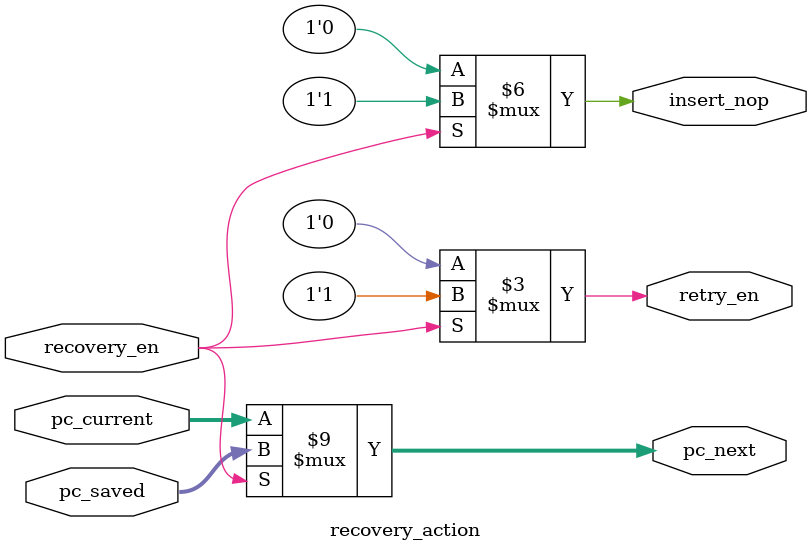
<source format=v>
`timescale 1ns / 1ps


module recovery_action (
    input  wire recovery_en,

    input  wire [31:0] pc_current,
    input  wire [31:0] pc_saved,

    output reg  [31:0] pc_next,
    output reg         insert_nop,
    output reg         retry_en
);

    always @(*) begin
        pc_next    = pc_current;
        insert_nop = 1'b0;
        retry_en   = 1'b0;

        if (recovery_en) begin
            pc_next    = pc_saved; 
            insert_nop = 1'b1;     
            retry_en   = 1'b1;     
        end
    end

endmodule

</source>
